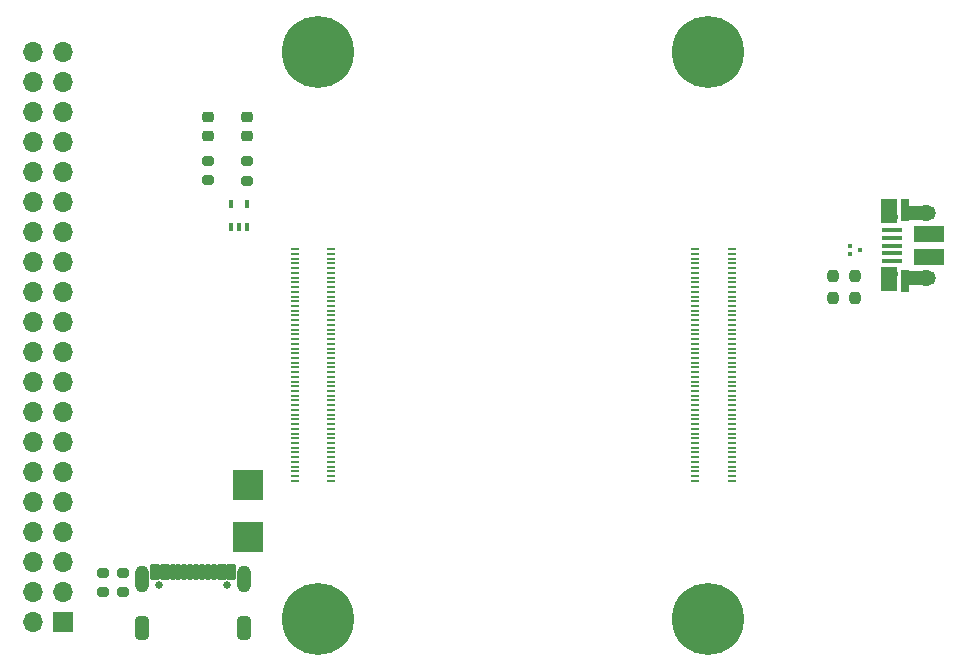
<source format=gbr>
%TF.GenerationSoftware,KiCad,Pcbnew,7.0.7*%
%TF.CreationDate,2024-02-26T19:43:44+01:00*%
%TF.ProjectId,rpi_cm4_bb,7270695f-636d-4345-9f62-622e6b696361,rev?*%
%TF.SameCoordinates,Original*%
%TF.FileFunction,Soldermask,Top*%
%TF.FilePolarity,Negative*%
%FSLAX46Y46*%
G04 Gerber Fmt 4.6, Leading zero omitted, Abs format (unit mm)*
G04 Created by KiCad (PCBNEW 7.0.7) date 2024-02-26 19:43:44*
%MOMM*%
%LPD*%
G01*
G04 APERTURE LIST*
G04 Aperture macros list*
%AMRoundRect*
0 Rectangle with rounded corners*
0 $1 Rounding radius*
0 $2 $3 $4 $5 $6 $7 $8 $9 X,Y pos of 4 corners*
0 Add a 4 corners polygon primitive as box body*
4,1,4,$2,$3,$4,$5,$6,$7,$8,$9,$2,$3,0*
0 Add four circle primitives for the rounded corners*
1,1,$1+$1,$2,$3*
1,1,$1+$1,$4,$5*
1,1,$1+$1,$6,$7*
1,1,$1+$1,$8,$9*
0 Add four rect primitives between the rounded corners*
20,1,$1+$1,$2,$3,$4,$5,0*
20,1,$1+$1,$4,$5,$6,$7,0*
20,1,$1+$1,$6,$7,$8,$9,0*
20,1,$1+$1,$8,$9,$2,$3,0*%
G04 Aperture macros list end*
%ADD10RoundRect,0.102000X1.200000X-1.200000X1.200000X1.200000X-1.200000X1.200000X-1.200000X-1.200000X0*%
%ADD11R,1.750000X0.400000*%
%ADD12R,0.700000X1.825000*%
%ADD13R,1.400000X2.000000*%
%ADD14R,2.000000X1.300000*%
%ADD15O,1.700000X1.300000*%
%ADD16O,1.400000X1.000000*%
%ADD17R,2.500000X1.425000*%
%ADD18R,0.400000X0.650000*%
%ADD19RoundRect,0.218750X0.256250X-0.218750X0.256250X0.218750X-0.256250X0.218750X-0.256250X-0.218750X0*%
%ADD20RoundRect,0.200000X-0.275000X0.200000X-0.275000X-0.200000X0.275000X-0.200000X0.275000X0.200000X0*%
%ADD21R,1.700000X1.700000*%
%ADD22O,1.700000X1.700000*%
%ADD23C,0.650000*%
%ADD24RoundRect,0.102000X-0.300000X-0.575000X0.300000X-0.575000X0.300000X0.575000X-0.300000X0.575000X0*%
%ADD25RoundRect,0.102000X-0.150000X-0.575000X0.150000X-0.575000X0.150000X0.575000X-0.150000X0.575000X0*%
%ADD26O,1.204000X2.304000*%
%ADD27RoundRect,0.352000X-0.250000X-0.650000X0.250000X-0.650000X0.250000X0.650000X-0.250000X0.650000X0*%
%ADD28R,0.300000X0.300000*%
%ADD29RoundRect,0.200000X0.275000X-0.200000X0.275000X0.200000X-0.275000X0.200000X-0.275000X-0.200000X0*%
%ADD30RoundRect,0.237500X0.237500X-0.250000X0.237500X0.250000X-0.237500X0.250000X-0.237500X-0.250000X0*%
%ADD31RoundRect,0.237500X-0.237500X0.250000X-0.237500X-0.250000X0.237500X-0.250000X0.237500X0.250000X0*%
%ADD32C,6.100000*%
%ADD33R,0.700000X0.200000*%
G04 APERTURE END LIST*
D10*
%TO.C,TZ1*%
X102423874Y-121518874D03*
X102423874Y-125918874D03*
%TD*%
D11*
%TO.C,J2*%
X156954874Y-102542374D03*
X156954874Y-101892374D03*
X156954874Y-101242374D03*
X156954874Y-100592374D03*
X156954874Y-99942374D03*
D12*
X158074874Y-104229874D03*
D13*
X156714874Y-104092374D03*
D14*
X158844874Y-103967374D03*
D15*
X159774874Y-103967374D03*
D16*
X156744874Y-103667374D03*
D17*
X160024874Y-102204874D03*
X160024874Y-100279874D03*
D16*
X156744874Y-98817374D03*
D14*
X158844874Y-98517374D03*
D15*
X159774874Y-98517374D03*
D13*
X156714874Y-98342374D03*
D12*
X158074874Y-98254874D03*
%TD*%
D18*
%TO.C,U1*%
X100994874Y-99624874D03*
X101644874Y-99624874D03*
X102294874Y-99624874D03*
X102294874Y-97724874D03*
X100994874Y-97724874D03*
%TD*%
D19*
%TO.C,D1*%
X98994874Y-91933874D03*
X98994874Y-90358874D03*
%TD*%
D20*
%TO.C,R4*%
X102296874Y-94105874D03*
X102296874Y-95755874D03*
%TD*%
D21*
%TO.C,J3*%
X86749874Y-133099874D03*
D22*
X84209874Y-133099874D03*
X86749874Y-130559874D03*
X84209874Y-130559874D03*
X86749874Y-128019874D03*
X84209874Y-128019874D03*
X86749874Y-125479874D03*
X84209874Y-125479874D03*
X86749874Y-122939874D03*
X84209874Y-122939874D03*
X86749874Y-120399874D03*
X84209874Y-120399874D03*
X86749874Y-117859874D03*
X84209874Y-117859874D03*
X86749874Y-115319874D03*
X84209874Y-115319874D03*
X86749874Y-112779874D03*
X84209874Y-112779874D03*
X86749874Y-110239874D03*
X84209874Y-110239874D03*
X86749874Y-107699874D03*
X84209874Y-107699874D03*
X86749874Y-105159874D03*
X84209874Y-105159874D03*
X86749874Y-102619874D03*
X84209874Y-102619874D03*
X86749874Y-100079874D03*
X84209874Y-100079874D03*
X86749874Y-97539874D03*
X84209874Y-97539874D03*
X86749874Y-94999874D03*
X84209874Y-94999874D03*
X86749874Y-92459874D03*
X84209874Y-92459874D03*
X86749874Y-89919874D03*
X84209874Y-89919874D03*
X86749874Y-87379874D03*
X84209874Y-87379874D03*
X86749874Y-84839874D03*
X84209874Y-84839874D03*
%TD*%
D23*
%TO.C,J1*%
X94883674Y-129960474D03*
X100663674Y-129960474D03*
D24*
X94573674Y-128885474D03*
X95373674Y-128885474D03*
D25*
X96523674Y-128885474D03*
X97523674Y-128885474D03*
X98023674Y-128885474D03*
X99023674Y-128885474D03*
D24*
X100973674Y-128885474D03*
X100173674Y-128885474D03*
D25*
X99523674Y-128885474D03*
X98523674Y-128885474D03*
X97023674Y-128885474D03*
X96023674Y-128885474D03*
D26*
X93453674Y-129460474D03*
X102093674Y-129460474D03*
D27*
X93453674Y-133640474D03*
X102093674Y-133640474D03*
%TD*%
D28*
%TO.C,U2*%
X153394874Y-101254874D03*
X153394874Y-101954874D03*
X154244874Y-101604874D03*
%TD*%
D29*
%TO.C,R2*%
X90114874Y-130604874D03*
X90114874Y-128954874D03*
%TD*%
D30*
%TO.C,R6*%
X151938874Y-105648374D03*
X151938874Y-103823374D03*
%TD*%
D29*
%TO.C,R1*%
X91784874Y-130594874D03*
X91784874Y-128944874D03*
%TD*%
D20*
%TO.C,R3*%
X98994874Y-94042874D03*
X98994874Y-95692874D03*
%TD*%
D31*
%TO.C,R5*%
X153818874Y-103820874D03*
X153818874Y-105645874D03*
%TD*%
D19*
%TO.C,D2*%
X102296874Y-91933874D03*
X102296874Y-90358874D03*
%TD*%
D32*
%TO.C,U3*%
X108350000Y-84850000D03*
X108350000Y-132850000D03*
X141350000Y-84850000D03*
X141350000Y-132850000D03*
D33*
X106350000Y-101550000D03*
X109430000Y-101550000D03*
X106350000Y-101950000D03*
X109430000Y-101950000D03*
X106350000Y-102350000D03*
X109430000Y-102350000D03*
X106350000Y-102750000D03*
X109430000Y-102750000D03*
X106350000Y-103150000D03*
X109430000Y-103150000D03*
X106350000Y-103550000D03*
X109430000Y-103550000D03*
X106350000Y-103950000D03*
X109430000Y-103950000D03*
X106350000Y-104350000D03*
X109430000Y-104350000D03*
X106350000Y-104750000D03*
X109430000Y-104750000D03*
X106350000Y-105150000D03*
X109430000Y-105150000D03*
X106350000Y-105550000D03*
X109430000Y-105550000D03*
X106350000Y-105950000D03*
X109430000Y-105950000D03*
X106350000Y-106350000D03*
X109430000Y-106350000D03*
X106350000Y-106750000D03*
X109430000Y-106750000D03*
X106350000Y-107150000D03*
X109430000Y-107150000D03*
X106350000Y-107550000D03*
X109430000Y-107550000D03*
X106350000Y-107950000D03*
X109430000Y-107950000D03*
X106350000Y-108350000D03*
X109430000Y-108350000D03*
X106350000Y-108750000D03*
X109430000Y-108750000D03*
X106350000Y-109150000D03*
X109430000Y-109150000D03*
X106350000Y-109550000D03*
X109430000Y-109550000D03*
X106350000Y-109950000D03*
X109430000Y-109950000D03*
X106350000Y-110350000D03*
X109430000Y-110350000D03*
X106350000Y-110750000D03*
X109430000Y-110750000D03*
X106350000Y-111150000D03*
X109430000Y-111150000D03*
X106350000Y-111550000D03*
X109430000Y-111550000D03*
X106350000Y-111950000D03*
X109430000Y-111950000D03*
X106350000Y-112350000D03*
X109430000Y-112350000D03*
X106350000Y-112750000D03*
X109430000Y-112750000D03*
X106350000Y-113150000D03*
X109430000Y-113150000D03*
X106350000Y-113550000D03*
X109430000Y-113550000D03*
X106350000Y-113950000D03*
X109430000Y-113950000D03*
X106350000Y-114350000D03*
X109430000Y-114350000D03*
X106350000Y-114750000D03*
X109430000Y-114750000D03*
X106350000Y-115150000D03*
X109430000Y-115150000D03*
X106350000Y-115550000D03*
X109430000Y-115550000D03*
X106350000Y-115950000D03*
X109430000Y-115950000D03*
X106350000Y-116350000D03*
X109430000Y-116350000D03*
X106350000Y-116750000D03*
X109430000Y-116750000D03*
X106350000Y-117150000D03*
X109430000Y-117150000D03*
X106350000Y-117550000D03*
X109430000Y-117550000D03*
X106350000Y-117950000D03*
X109430000Y-117950000D03*
X106350000Y-118350000D03*
X109430000Y-118350000D03*
X106350000Y-118750000D03*
X109430000Y-118750000D03*
X106350000Y-119150000D03*
X109430000Y-119150000D03*
X106350000Y-119550000D03*
X109430000Y-119550000D03*
X106350000Y-119950000D03*
X109430000Y-119950000D03*
X106350000Y-120350000D03*
X109430000Y-120350000D03*
X106350000Y-120750000D03*
X109430000Y-120750000D03*
X106350000Y-121150000D03*
X109430000Y-121150000D03*
X140270000Y-101550000D03*
X143350000Y-101550000D03*
X140270000Y-101950000D03*
X143350000Y-101950000D03*
X140270000Y-102350000D03*
X143350000Y-102350000D03*
X140270000Y-102750000D03*
X143350000Y-102750000D03*
X140270000Y-103150000D03*
X143350000Y-103150000D03*
X140270000Y-103550000D03*
X143350000Y-103550000D03*
X140270000Y-103950000D03*
X143350000Y-103950000D03*
X140270000Y-104350000D03*
X143350000Y-104350000D03*
X140270000Y-104750000D03*
X143350000Y-104750000D03*
X140270000Y-105150000D03*
X143350000Y-105150000D03*
X140270000Y-105550000D03*
X143350000Y-105550000D03*
X140270000Y-105950000D03*
X143350000Y-105950000D03*
X140270000Y-106350000D03*
X143350000Y-106350000D03*
X140270000Y-106750000D03*
X143350000Y-106750000D03*
X140270000Y-107150000D03*
X143350000Y-107150000D03*
X140270000Y-107550000D03*
X143350000Y-107550000D03*
X140270000Y-107950000D03*
X143350000Y-107950000D03*
X140270000Y-108350000D03*
X143350000Y-108350000D03*
X140270000Y-108750000D03*
X143350000Y-108750000D03*
X140270000Y-109150000D03*
X143350000Y-109150000D03*
X140270000Y-109550000D03*
X143350000Y-109550000D03*
X140270000Y-109950000D03*
X143350000Y-109950000D03*
X140270000Y-110350000D03*
X143350000Y-110350000D03*
X140270000Y-110750000D03*
X143350000Y-110750000D03*
X140270000Y-111150000D03*
X143350000Y-111150000D03*
X140270000Y-111550000D03*
X143350000Y-111550000D03*
X140270000Y-111950000D03*
X143350000Y-111950000D03*
X140270000Y-112350000D03*
X143350000Y-112350000D03*
X140270000Y-112750000D03*
X143350000Y-112750000D03*
X140270000Y-113150000D03*
X143350000Y-113150000D03*
X140270000Y-113550000D03*
X143350000Y-113550000D03*
X140270000Y-113950000D03*
X143350000Y-113950000D03*
X140270000Y-114350000D03*
X143350000Y-114350000D03*
X140270000Y-114750000D03*
X143350000Y-114750000D03*
X140270000Y-115150000D03*
X143350000Y-115150000D03*
X140270000Y-115550000D03*
X143350000Y-115550000D03*
X140270000Y-115950000D03*
X143350000Y-115950000D03*
X140270000Y-116350000D03*
X143350000Y-116350000D03*
X140270000Y-116750000D03*
X143350000Y-116750000D03*
X140270000Y-117150000D03*
X143350000Y-117150000D03*
X140270000Y-117550000D03*
X143350000Y-117550000D03*
X140270000Y-117950000D03*
X143350000Y-117950000D03*
X140270000Y-118350000D03*
X143350000Y-118350000D03*
X140270000Y-118750000D03*
X143350000Y-118750000D03*
X140270000Y-119150000D03*
X143350000Y-119150000D03*
X140270000Y-119550000D03*
X143350000Y-119550000D03*
X140270000Y-119950000D03*
X143350000Y-119950000D03*
X140270000Y-120350000D03*
X143350000Y-120350000D03*
X140270000Y-120750000D03*
X143350000Y-120750000D03*
X140270000Y-121150000D03*
X143350000Y-121150000D03*
%TD*%
M02*

</source>
